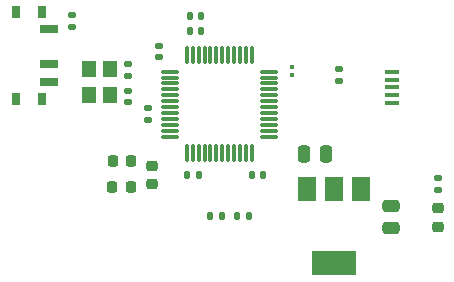
<source format=gbr>
%TF.GenerationSoftware,KiCad,Pcbnew,7.0.8*%
%TF.CreationDate,2025-06-01T22:45:16-07:00*%
%TF.ProjectId,ohm_project,6f686d5f-7072-46f6-9a65-63742e6b6963,rev?*%
%TF.SameCoordinates,Original*%
%TF.FileFunction,Paste,Top*%
%TF.FilePolarity,Positive*%
%FSLAX46Y46*%
G04 Gerber Fmt 4.6, Leading zero omitted, Abs format (unit mm)*
G04 Created by KiCad (PCBNEW 7.0.8) date 2025-06-01 22:45:16*
%MOMM*%
%LPD*%
G01*
G04 APERTURE LIST*
G04 Aperture macros list*
%AMRoundRect*
0 Rectangle with rounded corners*
0 $1 Rounding radius*
0 $2 $3 $4 $5 $6 $7 $8 $9 X,Y pos of 4 corners*
0 Add a 4 corners polygon primitive as box body*
4,1,4,$2,$3,$4,$5,$6,$7,$8,$9,$2,$3,0*
0 Add four circle primitives for the rounded corners*
1,1,$1+$1,$2,$3*
1,1,$1+$1,$4,$5*
1,1,$1+$1,$6,$7*
1,1,$1+$1,$8,$9*
0 Add four rect primitives between the rounded corners*
20,1,$1+$1,$2,$3,$4,$5,0*
20,1,$1+$1,$4,$5,$6,$7,0*
20,1,$1+$1,$6,$7,$8,$9,0*
20,1,$1+$1,$8,$9,$2,$3,0*%
G04 Aperture macros list end*
%ADD10R,1.300000X0.450000*%
%ADD11RoundRect,0.140000X0.170000X-0.140000X0.170000X0.140000X-0.170000X0.140000X-0.170000X-0.140000X0*%
%ADD12RoundRect,0.250000X-0.250000X-0.475000X0.250000X-0.475000X0.250000X0.475000X-0.250000X0.475000X0*%
%ADD13RoundRect,0.218750X-0.256250X0.218750X-0.256250X-0.218750X0.256250X-0.218750X0.256250X0.218750X0*%
%ADD14R,1.200000X1.400000*%
%ADD15RoundRect,0.075000X-0.662500X-0.075000X0.662500X-0.075000X0.662500X0.075000X-0.662500X0.075000X0*%
%ADD16RoundRect,0.075000X-0.075000X-0.662500X0.075000X-0.662500X0.075000X0.662500X-0.075000X0.662500X0*%
%ADD17RoundRect,0.135000X-0.185000X0.135000X-0.185000X-0.135000X0.185000X-0.135000X0.185000X0.135000X0*%
%ADD18R,0.800000X1.000000*%
%ADD19R,1.500000X0.700000*%
%ADD20RoundRect,0.140000X0.140000X0.170000X-0.140000X0.170000X-0.140000X-0.170000X0.140000X-0.170000X0*%
%ADD21R,1.500000X2.000000*%
%ADD22R,3.800000X2.000000*%
%ADD23RoundRect,0.135000X0.135000X0.185000X-0.135000X0.185000X-0.135000X-0.185000X0.135000X-0.185000X0*%
%ADD24RoundRect,0.140000X-0.140000X-0.170000X0.140000X-0.170000X0.140000X0.170000X-0.140000X0.170000X0*%
%ADD25RoundRect,0.079500X-0.100500X0.079500X-0.100500X-0.079500X0.100500X-0.079500X0.100500X0.079500X0*%
%ADD26RoundRect,0.135000X-0.135000X-0.185000X0.135000X-0.185000X0.135000X0.185000X-0.135000X0.185000X0*%
%ADD27RoundRect,0.250000X0.475000X-0.250000X0.475000X0.250000X-0.475000X0.250000X-0.475000X-0.250000X0*%
%ADD28RoundRect,0.225000X0.225000X0.250000X-0.225000X0.250000X-0.225000X-0.250000X0.225000X-0.250000X0*%
%ADD29RoundRect,0.135000X0.185000X-0.135000X0.185000X0.135000X-0.185000X0.135000X-0.185000X-0.135000X0*%
G04 APERTURE END LIST*
D10*
%TO.C,U3*%
X175145000Y-53200000D03*
X175145000Y-53850000D03*
X175145000Y-54500000D03*
X175145000Y-55150000D03*
X175145000Y-55800000D03*
%TD*%
D11*
%TO.C,C5*%
X154500000Y-57230000D03*
X154500000Y-56270000D03*
%TD*%
D12*
%TO.C,C12*%
X169550000Y-60150000D03*
X167650000Y-60150000D03*
%TD*%
D13*
%TO.C,D1*%
X179000000Y-64712500D03*
X179000000Y-66287500D03*
%TD*%
D14*
%TO.C,Y1*%
X149500000Y-52900000D03*
X149500000Y-55100000D03*
X151200000Y-55100000D03*
X151200000Y-52900000D03*
%TD*%
D11*
%TO.C,C10*%
X152724000Y-53492000D03*
X152724000Y-52532000D03*
%TD*%
D15*
%TO.C,U1*%
X156337500Y-53162500D03*
X156337500Y-53662500D03*
X156337500Y-54162500D03*
X156337500Y-54662500D03*
X156337500Y-55162500D03*
X156337500Y-55662500D03*
X156337500Y-56162500D03*
X156337500Y-56662500D03*
X156337500Y-57162500D03*
X156337500Y-57662500D03*
X156337500Y-58162500D03*
X156337500Y-58662500D03*
D16*
X157750000Y-60075000D03*
X158250000Y-60075000D03*
X158750000Y-60075000D03*
X159250000Y-60075000D03*
X159750000Y-60075000D03*
X160250000Y-60075000D03*
X160750000Y-60075000D03*
X161250000Y-60075000D03*
X161750000Y-60075000D03*
X162250000Y-60075000D03*
X162750000Y-60075000D03*
X163250000Y-60075000D03*
D15*
X164662500Y-58662500D03*
X164662500Y-58162500D03*
X164662500Y-57662500D03*
X164662500Y-57162500D03*
X164662500Y-56662500D03*
X164662500Y-56162500D03*
X164662500Y-55662500D03*
X164662500Y-55162500D03*
X164662500Y-54662500D03*
X164662500Y-54162500D03*
X164662500Y-53662500D03*
X164662500Y-53162500D03*
D16*
X163250000Y-51750000D03*
X162750000Y-51750000D03*
X162250000Y-51750000D03*
X161750000Y-51750000D03*
X161250000Y-51750000D03*
X160750000Y-51750000D03*
X160250000Y-51750000D03*
X159750000Y-51750000D03*
X159250000Y-51750000D03*
X158750000Y-51750000D03*
X158250000Y-51750000D03*
X157750000Y-51750000D03*
%TD*%
D17*
%TO.C,R2*%
X170600000Y-52900000D03*
X170600000Y-53920000D03*
%TD*%
D18*
%TO.C,SW1*%
X145455000Y-48150000D03*
X143245000Y-48150000D03*
X145455000Y-55450000D03*
X143245000Y-55450000D03*
D19*
X146105000Y-49550000D03*
X146105000Y-52550000D03*
X146105000Y-54050000D03*
%TD*%
D20*
%TO.C,C2*%
X164200000Y-61900000D03*
X163240000Y-61900000D03*
%TD*%
D21*
%TO.C,U2*%
X172500000Y-63100000D03*
X170200000Y-63100000D03*
D22*
X170200000Y-69400000D03*
D21*
X167900000Y-63100000D03*
%TD*%
D23*
%TO.C,R4*%
X160740000Y-65400000D03*
X159720000Y-65400000D03*
%TD*%
D24*
%TO.C,C3*%
X158014000Y-48410000D03*
X158974000Y-48410000D03*
%TD*%
D25*
%TO.C,C4*%
X166624000Y-52741000D03*
X166624000Y-53431000D03*
%TD*%
D24*
%TO.C,C1*%
X157986000Y-49680000D03*
X158946000Y-49680000D03*
%TD*%
D11*
%TO.C,C9*%
X155418000Y-51938000D03*
X155418000Y-50978000D03*
%TD*%
D26*
%TO.C,R5*%
X161980000Y-65400000D03*
X163000000Y-65400000D03*
%TD*%
D27*
%TO.C,C13*%
X175000000Y-66400000D03*
X175000000Y-64500000D03*
%TD*%
D28*
%TO.C,C7*%
X152995000Y-62900000D03*
X151445000Y-62900000D03*
%TD*%
D24*
%TO.C,C8*%
X157790000Y-61900000D03*
X158750000Y-61900000D03*
%TD*%
D29*
%TO.C,R3*%
X179000000Y-63200000D03*
X179000000Y-62180000D03*
%TD*%
D11*
%TO.C,C11*%
X152724000Y-55750000D03*
X152724000Y-54790000D03*
%TD*%
D13*
%TO.C,FB1*%
X154773000Y-61122000D03*
X154773000Y-62697000D03*
%TD*%
D17*
%TO.C,R1*%
X148000000Y-48400000D03*
X148000000Y-49420000D03*
%TD*%
D28*
%TO.C,C6*%
X153025000Y-60750000D03*
X151475000Y-60750000D03*
%TD*%
M02*

</source>
